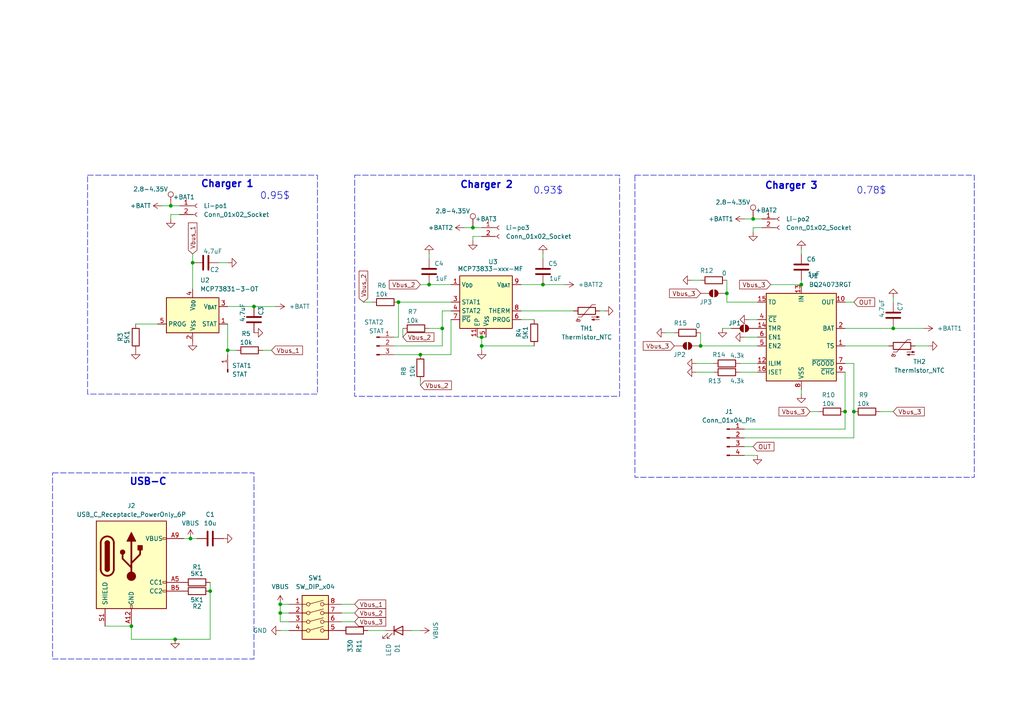
<source format=kicad_sch>
(kicad_sch (version 20231120) (generator "eeschema") (generator_version "8.0")
  (paper "A4")
  (lib_symbols
    (symbol "Battery_Management:BQ24073RGT"
      (property "Reference" "U" (at -8.89 13.97 0))
      (property "Value" "BQ24073RGT" (at 16.51 13.97 0))
      (symbol "BQ24073RGT_0_1"
        (rectangle (start -10.16 12.7) (end 10.16 -12.7) (stroke (width 0.254)) (fill (type background)))
      )
      (symbol "BQ24073RGT_1_1"
        (pin passive line (at 12.7 -2.54 180) (length 2.54) (name "TS") (number "1"))
        (pin power_out line (at 12.7 10.16 180) (length 2.54) (name "OUT") (number "10"))
        (pin passive line (at 12.7 10.16 180) (length 2.54) hide (name "OUT") (number "11"))
        (pin passive line (at -12.7 -7.62 0) (length 2.54) (name "ILIM") (number "12"))
        (pin power_in line (at 0 15.24 270) (length 2.54) (name "IN") (number "13"))
        (pin input line (at -12.7 2.54 0) (length 2.54) (name "TMR") (number "14"))
        (pin input line (at -12.7 10.16 0) (length 2.54) (name "TD") (number "15"))
        (pin passive line (at -12.7 -10.16 0) (length 2.54) (name "ISET") (number "16"))
        (pin passive line (at 0 -15.24 90) (length 2.54) hide (name "VSS") (number "17"))
        (pin power_out line (at 12.7 2.54 180) (length 2.54) (name "BAT") (number "2"))
        (pin passive line (at 12.7 2.54 180) (length 2.54) hide (name "BAT") (number "3"))
        (pin input line (at -12.7 5.08 0) (length 2.54) (name "~{CE}") (number "4"))
        (pin input line (at -12.7 -2.54 0) (length 2.54) (name "EN2") (number "5"))
        (pin input line (at -12.7 0 0) (length 2.54) (name "EN1") (number "6"))
        (pin open_collector line (at 12.7 -7.62 180) (length 2.54) (name "~{PGOOD}") (number "7"))
        (pin power_in line (at 0 -15.24 90) (length 2.54) (name "VSS") (number "8"))
        (pin open_collector line (at 12.7 -10.16 180) (length 2.54) (name "~{CHG}") (number "9"))
      )
    )
    (symbol "Battery_Management:MCP73831-3-OT"
      (property "Reference" "U" (at -7.62 6.35 0))
      (property "Value" "MCP73831-3-OT" (at 1.27 6.35 0))
      (symbol "MCP73831-3-OT_0_1"
        (rectangle (start -7.62 5.08) (end 7.62 -5.08) (stroke (width 0.254)) (fill (type background)))
      )
      (symbol "MCP73831-3-OT_1_1"
        (pin tri_state line (at 10.16 -2.54 180) (length 2.54) (name "STAT") (number "1"))
        (pin power_in line (at 0 -7.62 90) (length 2.54) (name "V_{SS}") (number "2"))
        (pin power_out line (at 10.16 2.54 180) (length 2.54) (name "V_{BAT}") (number "3"))
        (pin power_in line (at 0 7.62 270) (length 2.54) (name "V_{DD}") (number "4"))
        (pin input line (at -10.16 -2.54 0) (length 2.54) (name "PROG") (number "5"))
      )
    )
    (symbol "Battery_Management:MCP73833-xxx-MF"
      (property "Reference" "U" (at -6.35 8.89 0))
      (property "Value" "MCP73833-xxx-MF" (at 10.16 8.89 0))
      (symbol "MCP73833-xxx-MF_1_1"
        (rectangle (start -7.62 7.62) (end 7.62 -7.62) (stroke (width 0.254)) (fill (type background)))
        (pin power_in line (at -10.16 5.08 0) (length 2.54) (name "V_{DD}") (number "1"))
        (pin passive line (at 10.16 5.08 180) (length 2.54) hide (name "V_{BAT}") (number "10"))
        (pin power_in line (at -2.54 -10.16 90) (length 2.54) (name "EP") (number "11"))
        (pin passive line (at -10.16 5.08 0) (length 2.54) hide (name "V_{DD}") (number "2"))
        (pin open_collector line (at -10.16 0 0) (length 2.54) (name "STAT1") (number "3"))
        (pin open_collector line (at -10.16 -2.54 0) (length 2.54) (name "STAT2") (number "4"))
        (pin power_in line (at 0 -10.16 90) (length 2.54) (name "V_{SS}") (number "5"))
        (pin input line (at 10.16 -5.08 180) (length 2.54) (name "PROG") (number "6"))
        (pin open_collector line (at -10.16 -5.08 0) (length 2.54) (name "~{PG}") (number "7"))
        (pin passive line (at 10.16 -2.54 180) (length 2.54) (name "THERM") (number "8"))
        (pin power_out line (at 10.16 5.08 180) (length 2.54) (name "V_{BAT}") (number "9"))
      )
    )
    (symbol "Connector:Conn_01x01_Pin" (pin_names (offset 1.016) hide)
      (property "Reference" "J" (at 0 2.54 0))
      (property "Value" "Conn_01x01_Pin" (at 0 -2.54 0))
      (symbol "Conn_01x01_Pin_1_1"
        (polyline (pts (xy 1.27 0) (xy 0.8636 0)) (stroke (width 0.1524)))
        (rectangle (start 0.8636 0.127) (end 0 -0.127) (stroke (width 0.1524)) (fill (type outline)))
        (pin passive line (at 5.08 0 180) (length 3.81) (name "Pin_1") (number "1"))
      )
    )
    (symbol "Connector:Conn_01x02_Socket" (pin_names (offset 1.016) hide)
      (property "Reference" "J" (at 0 2.54 0))
      (property "Value" "Conn_01x02_Socket" (at 0 -5.08 0))
      (symbol "Conn_01x02_Socket_1_1"
        (arc (start 0 -2.032) (mid -0.5058 -2.54) (end 0 -3.048) (stroke (width 0.1524)))
        (polyline (pts (xy -1.27 -2.54) (xy -0.508 -2.54)) (stroke (width 0.1524)))
        (polyline (pts (xy -1.27 0) (xy -0.508 0)) (stroke (width 0.1524)))
        (arc (start 0 0.508) (mid -0.5058 0) (end 0 -0.508) (stroke (width 0.1524)))
        (pin passive line (at -5.08 0 0) (length 3.81) (name "Pin_1") (number "1"))
        (pin passive line (at -5.08 -2.54 0) (length 3.81) (name "Pin_2") (number "2"))
      )
    )
    (symbol "Connector:Conn_01x03_Pin" (pin_names (offset 1.016) hide)
      (property "Reference" "J" (at 0 5.08 0))
      (property "Value" "Conn_01x03_Pin" (at 0 -5.08 0))
      (symbol "Conn_01x03_Pin_1_1"
        (polyline (pts (xy 1.27 -2.54) (xy 0.8636 -2.54)) (stroke (width 0.1524)))
        (polyline (pts (xy 1.27 0) (xy 0.8636 0)) (stroke (width 0.1524)))
        (polyline (pts (xy 1.27 2.54) (xy 0.8636 2.54)) (stroke (width 0.1524)))
        (rectangle (start 0.8636 -2.413) (end 0 -2.667) (stroke (width 0.1524)) (fill (type outline)))
        (rectangle (start 0.8636 0.127) (end 0 -0.127) (stroke (width 0.1524)) (fill (type outline)))
        (rectangle (start 0.8636 2.667) (end 0 2.413) (stroke (width 0.1524)) (fill (type outline)))
        (pin passive line (at 5.08 2.54 180) (length 3.81) (name "Pin_1") (number "1"))
        (pin passive line (at 5.08 0 180) (length 3.81) (name "Pin_2") (number "2"))
        (pin passive line (at 5.08 -2.54 180) (length 3.81) (name "Pin_3") (number "3"))
      )
    )
    (symbol "Connector:Conn_01x04_Pin" (pin_names (offset 1.016) hide)
      (property "Reference" "J" (at 0 5.08 0))
      (property "Value" "Conn_01x04_Pin" (at 0 -7.62 0))
      (symbol "Conn_01x04_Pin_1_1"
        (polyline (pts (xy 1.27 -5.08) (xy 0.8636 -5.08)) (stroke (width 0.1524)))
        (polyline (pts (xy 1.27 -2.54) (xy 0.8636 -2.54)) (stroke (width 0.1524)))
        (polyline (pts (xy 1.27 0) (xy 0.8636 0)) (stroke (width 0.1524)))
        (polyline (pts (xy 1.27 2.54) (xy 0.8636 2.54)) (stroke (width 0.1524)))
        (rectangle (start 0.8636 -4.953) (end 0 -5.207) (stroke (width 0.1524)) (fill (type outline)))
        (rectangle (start 0.8636 -2.413) (end 0 -2.667) (stroke (width 0.1524)) (fill (type outline)))
        (rectangle (start 0.8636 0.127) (end 0 -0.127) (stroke (width 0.1524)) (fill (type outline)))
        (rectangle (start 0.8636 2.667) (end 0 2.413) (stroke (width 0.1524)) (fill (type outline)))
        (pin passive line (at 5.08 2.54 180) (length 3.81) (name "Pin_1") (number "1"))
        (pin passive line (at 5.08 0 180) (length 3.81) (name "Pin_2") (number "2"))
        (pin passive line (at 5.08 -2.54 180) (length 3.81) (name "Pin_3") (number "3"))
        (pin passive line (at 5.08 -5.08 180) (length 3.81) (name "Pin_4") (number "4"))
      )
    )
    (symbol "Connector:TestPoint" (pin_numbers hide) (pin_names (offset 0.762) hide)
      (property "Reference" "TP" (at 0 6.858 0))
      (property "Value" "TestPoint" (at 0 5.08 0))
      (symbol "TestPoint_0_1"
        (circle (center 0 3.302) (radius 0.762))
      )
      (symbol "TestPoint_1_1"
        (pin passive line (at 0 0 90) (length 2.54) (name "1") (number "1"))
      )
    )
    (symbol "Connector:USB_C_Receptacle_PowerOnly_6P" (pin_names (offset 1.016))
      (property "Reference" "J" (at 0 16.51 0))
      (property "Value" "USB_C_Receptacle_PowerOnly_6P" (at 0 13.97 0))
      (symbol "USB_C_Receptacle_PowerOnly_6P_0_0"
        (rectangle (start -0.254 -12.7) (end 0.254 -11.684))
        (rectangle (start 10.16 -7.366) (end 9.144 -7.874))
        (rectangle (start 10.16 -4.826) (end 9.144 -5.334))
        (rectangle (start 10.16 7.874) (end 9.144 7.366))
      )
      (symbol "USB_C_Receptacle_PowerOnly_6P_0_1"
        (rectangle (start -10.16 12.7) (end 10.16 -12.7) (stroke (width 0.254)) (fill (type background)))
        (arc (start -8.89 -1.27) (mid -6.985 -3.1667) (end -5.08 -1.27) (stroke (width 0.508)))
        (arc (start -7.62 -1.27) (mid -6.985 -1.9023) (end -6.35 -1.27) (stroke (width 0.254)))
        (arc (start -7.62 -1.27) (mid -6.985 -1.9023) (end -6.35 -1.27) (stroke (width 0.254)) (fill (type outline)))
        (rectangle (start -7.62 -1.27) (end -6.35 6.35) (stroke (width 0.254)) (fill (type outline)))
        (arc (start -6.35 6.35) (mid -6.985 6.9823) (end -7.62 6.35) (stroke (width 0.254)))
        (arc (start -6.35 6.35) (mid -6.985 6.9823) (end -7.62 6.35) (stroke (width 0.254)) (fill (type outline)))
        (arc (start -5.08 6.35) (mid -6.985 8.2467) (end -8.89 6.35) (stroke (width 0.508)))
        (circle (center -2.54 3.683) (radius 0.635) (stroke (width 0.254)) (fill (type outline)))
        (circle (center 0 -3.302) (radius 1.27) (fill (type outline)))
        (polyline (pts (xy -8.89 -1.27) (xy -8.89 6.35)) (stroke (width 0.508)))
        (polyline (pts (xy -5.08 6.35) (xy -5.08 -1.27)) (stroke (width 0.508)))
        (polyline (pts (xy 0 -3.302) (xy 0 6.858)) (stroke (width 0.508)))
        (polyline (pts (xy 0 -0.762) (xy -2.54 1.778) (xy -2.54 3.048)) (stroke (width 0.508)))
        (polyline (pts (xy 0 0.508) (xy 2.54 3.048) (xy 2.54 4.318)) (stroke (width 0.508)))
        (polyline (pts (xy -1.27 6.858) (xy 0 9.398) (xy 1.27 6.858) (xy -1.27 6.858)) (stroke (width 0.254)) (fill (type outline)))
        (rectangle (start 1.905 4.318) (end 3.175 5.588) (stroke (width 0.254)) (fill (type outline)))
      )
      (symbol "USB_C_Receptacle_PowerOnly_6P_1_1"
        (pin passive line (at 0 -17.78 90) (length 5.08) (name "GND") (number "A12"))
        (pin bidirectional line (at 15.24 -5.08 180) (length 5.08) (name "CC1") (number "A5"))
        (pin passive line (at 15.24 7.62 180) (length 5.08) (name "VBUS") (number "A9"))
        (pin passive line (at 0 -17.78 90) (length 5.08) hide (name "GND") (number "B12"))
        (pin bidirectional line (at 15.24 -7.62 180) (length 5.08) (name "CC2") (number "B5"))
        (pin passive line (at 15.24 7.62 180) (length 5.08) hide (name "VBUS") (number "B9"))
        (pin passive line (at -7.62 -17.78 90) (length 5.08) (name "SHIELD") (number "S1"))
      )
    )
    (symbol "Device:C" (pin_numbers hide) (pin_names (offset 0.254))
      (property "Reference" "C" (at 0.635 2.54 0))
      (property "Value" "C" (at 0.635 -2.54 0))
      (symbol "C_0_1"
        (polyline (pts (xy -2.032 -0.762) (xy 2.032 -0.762)) (stroke (width 0.508)))
        (polyline (pts (xy -2.032 0.762) (xy 2.032 0.762)) (stroke (width 0.508)))
      )
      (symbol "C_1_1"
        (pin passive line (at 0 3.81 270) (length 2.794) (name "~") (number "1"))
        (pin passive line (at 0 -3.81 90) (length 2.794) (name "~") (number "2"))
      )
    )
    (symbol "Device:LED" (pin_numbers hide) (pin_names (offset 1.016) hide)
      (property "Reference" "D" (at 0 2.54 0))
      (property "Value" "LED" (at 0 -2.54 0))
      (symbol "LED_0_1"
        (polyline (pts (xy -1.27 -1.27) (xy -1.27 1.27)) (stroke (width 0.254)))
        (polyline (pts (xy -1.27 0) (xy 1.27 0)))
        (polyline (pts (xy 1.27 -1.27) (xy 1.27 1.27) (xy -1.27 0) (xy 1.27 -1.27)) (stroke (width 0.254)))
        (polyline (pts (xy -3.048 -0.762) (xy -4.572 -2.286) (xy -3.81 -2.286) (xy -4.572 -2.286) (xy -4.572 -1.524)))
        (polyline (pts (xy -1.778 -0.762) (xy -3.302 -2.286) (xy -2.54 -2.286) (xy -3.302 -2.286) (xy -3.302 -1.524)))
      )
      (symbol "LED_1_1"
        (pin passive line (at -3.81 0 0) (length 2.54) (name "K") (number "1"))
        (pin passive line (at 3.81 0 180) (length 2.54) (name "A") (number "2"))
      )
    )
    (symbol "Device:R" (pin_numbers hide) (pin_names (offset 0))
      (property "Reference" "R" (at 2.032 0 90))
      (property "Value" "R" (at 0 0 90))
      (symbol "R_0_1"
        (rectangle (start -1.016 -2.54) (end 1.016 2.54) (stroke (width 0.254)))
      )
      (symbol "R_1_1"
        (pin passive line (at 0 3.81 270) (length 1.27) (name "~") (number "1"))
        (pin passive line (at 0 -3.81 90) (length 1.27) (name "~") (number "2"))
      )
    )
    (symbol "Device:Thermistor_NTC" (pin_numbers hide) (pin_names (offset 0))
      (property "Reference" "TH" (at -4.445 0 90))
      (property "Value" "Thermistor_NTC" (at 3.175 0 90))
      (symbol "Thermistor_NTC_0_1"
        (arc (start -3.048 2.159) (mid -3.0495 2.3143) (end -3.175 2.413))
        (arc (start -3.048 2.159) (mid -2.9736 1.9794) (end -2.794 1.905))
        (arc (start -3.048 2.794) (mid -2.9736 2.6144) (end -2.794 2.54))
        (arc (start -2.794 1.905) (mid -2.6144 1.9794) (end -2.54 2.159))
        (arc (start -2.794 2.54) (mid -2.4393 2.5587) (end -2.159 2.794))
        (arc (start -2.794 3.048) (mid -2.9736 2.9736) (end -3.048 2.794))
        (arc (start -2.54 2.794) (mid -2.6144 2.9736) (end -2.794 3.048))
        (rectangle (start -1.016 2.54) (end 1.016 -2.54) (stroke (width 0.254)))
        (polyline (pts (xy -2.54 2.159) (xy -2.54 2.794)))
        (polyline (pts (xy -1.778 2.54) (xy -1.778 1.524) (xy 1.778 -1.524) (xy 1.778 -2.54)))
        (polyline (pts (xy -2.54 -3.683) (xy -2.54 -1.397) (xy -2.794 -2.159) (xy -2.286 -2.159) (xy -2.54 -1.397) (xy -2.54 -1.651)) (fill (type outline)))
        (polyline (pts (xy -1.778 -1.397) (xy -1.778 -3.683) (xy -2.032 -2.921) (xy -1.524 -2.921) (xy -1.778 -3.683) (xy -1.778 -3.429)) (fill (type outline)))
      )
      (symbol "Thermistor_NTC_1_1"
        (pin passive line (at 0 3.81 270) (length 1.27) (name "~") (number "1"))
        (pin passive line (at 0 -3.81 90) (length 1.27) (name "~") (number "2"))
      )
    )
    (symbol "GND_1" (power) (pin_numbers hide) (pin_names (offset 0) hide)
      (property "Value" "GND" (at 0 -3.81 0))
      (symbol "GND_1_0_1"
        (polyline (pts (xy 0 0) (xy 0 -1.27) (xy 1.27 -1.27) (xy 0 -2.54) (xy -1.27 -1.27) (xy 0 -1.27)))
      )
      (symbol "GND_1_1_1"
        (pin power_in line (at 0 0 270) (length 0) (name "~") (number "1"))
      )
    )
    (symbol "Jumper:SolderJumper_2_Open" (pin_numbers hide) (pin_names (offset 0) hide) (exclude_from_sim yes) (in_bom no)
      (property "Reference" "JP" (at 0 2.032 0))
      (property "Value" "SolderJumper_2_Open" (at 0 -2.54 0))
      (symbol "SolderJumper_2_Open_0_1"
        (arc (start -0.254 1.016) (mid -1.2656 0) (end -0.254 -1.016))
        (arc (start -0.254 1.016) (mid -1.2656 0) (end -0.254 -1.016) (fill (type outline)))
        (polyline (pts (xy -0.254 1.016) (xy -0.254 -1.016)))
        (polyline (pts (xy 0.254 1.016) (xy 0.254 -1.016)))
        (arc (start 0.254 -1.016) (mid 1.2656 0) (end 0.254 1.016))
        (arc (start 0.254 -1.016) (mid 1.2656 0) (end 0.254 1.016) (fill (type outline)))
      )
      (symbol "SolderJumper_2_Open_1_1"
        (pin passive line (at -3.81 0 0) (length 2.54) (name "A") (number "1"))
        (pin passive line (at 3.81 0 180) (length 2.54) (name "B") (number "2"))
      )
    )
    (symbol "Switch:SW_DIP_x04" (pin_names (offset 0) hide)
      (property "Reference" "SW" (at 0 8.89 0))
      (property "Value" "SW_DIP_x04" (at 0 -6.35 0))
      (symbol "SW_DIP_x04_0_0"
        (circle (center -2.032 -2.54) (radius 0.508))
        (circle (center -2.032 0) (radius 0.508))
        (circle (center -2.032 2.54) (radius 0.508))
        (circle (center -2.032 5.08) (radius 0.508))
        (polyline (pts (xy -1.524 -2.3876) (xy 2.3622 -1.3462)))
        (polyline (pts (xy -1.524 0.127) (xy 2.3622 1.1684)))
        (polyline (pts (xy -1.524 2.667) (xy 2.3622 3.7084)))
        (polyline (pts (xy -1.524 5.207) (xy 2.3622 6.2484)))
        (circle (center 2.032 -2.54) (radius 0.508))
        (circle (center 2.032 0) (radius 0.508))
        (circle (center 2.032 2.54) (radius 0.508))
        (circle (center 2.032 5.08) (radius 0.508))
      )
      (symbol "SW_DIP_x04_0_1"
        (rectangle (start -3.81 7.62) (end 3.81 -5.08) (stroke (width 0.254)) (fill (type background)))
      )
      (symbol "SW_DIP_x04_1_1"
        (pin passive line (at -7.62 5.08 0) (length 5.08) (name "~") (number "1"))
        (pin passive line (at -7.62 2.54 0) (length 5.08) (name "~") (number "2"))
        (pin passive line (at -7.62 0 0) (length 5.08) (name "~") (number "3"))
        (pin passive line (at -7.62 -2.54 0) (length 5.08) (name "~") (number "4"))
        (pin passive line (at 7.62 -2.54 180) (length 5.08) (name "~") (number "5"))
        (pin passive line (at 7.62 0 180) (length 5.08) (name "~") (number "6"))
        (pin passive line (at 7.62 2.54 180) (length 5.08) (name "~") (number "7"))
        (pin passive line (at 7.62 5.08 180) (length 5.08) (name "~") (number "8"))
      )
    )
    (symbol "power:+BATT" (power) (pin_names (offset 0))
      (property "Value" "+BATT" (at 0 3.556 0))
      (symbol "+BATT_0_1"
        (polyline (pts (xy -0.762 1.27) (xy 0 2.54)))
        (polyline (pts (xy 0 0) (xy 0 2.54)))
        (polyline (pts (xy 0 2.54) (xy 0.762 1.27)))
      )
      (symbol "+BATT_1_1"
        (pin power_in line (at 0 0 90) (length 0) hide (name "+BATT") (number "1"))
      )
    )
    (symbol "power:GND" (power) (pin_names (offset 0))
      (property "Value" "GND" (at 0 -3.81 0))
      (symbol "GND_0_1"
        (polyline (pts (xy 0 0) (xy 0 -1.27) (xy 1.27 -1.27) (xy 0 -2.54) (xy -1.27 -1.27) (xy 0 -1.27)))
      )
      (symbol "GND_1_1"
        (pin power_in line (at 0 0 270) (length 0) hide (name "GND") (number "1"))
      )
    )
    (symbol "power:VBUS" (power) (pin_names (offset 0))
      (property "Value" "VBUS" (at 0 3.81 0))
      (symbol "VBUS_0_1"
        (polyline (pts (xy -0.762 1.27) (xy 0 2.54)))
        (polyline (pts (xy 0 0) (xy 0 2.54)))
        (polyline (pts (xy 0 2.54) (xy 0.762 1.27)))
      )
      (symbol "VBUS_1_1"
        (pin power_in line (at 0 0 90) (length 0) hide (name "VBUS") (number "1"))
      )
    )
  )
  (junction (at 121.92 102.87))
  (junction (at 55.245 156.21))
  (junction (at 157.48 82.55))
  (junction (at 247.65 119.38))
  (junction (at 60.96 171.45))
  (junction (at 50.8 185.42))
  (junction (at 210.82 85.09))
  (junction (at 124.46 82.55))
  (junction (at 55.88 76.2))
  (junction (at 232.41 82.55))
  (junction (at 38.1 181.61))
  (junction (at 66.04 101.6))
  (junction (at 139.7 97.79))
  (junction (at 81.28 177.8))
  (junction (at 81.28 175.26))
  (junction (at 49.53 59.69))
  (junction (at 115.57 87.63))
  (junction (at 139.7 100.33))
  (junction (at 259.08 95.25))
  (junction (at 218.44 63.5))
  (junction (at 128.27 95.25))
  (junction (at 203.2 100.33))
  (junction (at 245.11 119.38))
  (junction (at 137.16 66.04))
  (junction (at 73.66 88.9))
  (wire (pts (xy 73.66 88.9) (xy 80.01 88.9)))
  (wire (pts (xy 49.53 59.69) (xy 52.07 59.69)))
  (wire (pts (xy 210.82 87.63) (xy 210.82 85.09)))
  (wire (pts (xy 81.28 180.34) (xy 83.82 180.34)))
  (wire (pts (xy 81.28 182.88) (xy 83.82 182.88)))
  (wire (pts (xy 81.28 177.8) (xy 81.28 180.34)))
  (wire (pts (xy 121.92 102.87) (xy 130.81 102.87)))
  (wire (pts (xy 217.17 92.71) (xy 219.71 92.71)))
  (wire (pts (xy 219.71 100.33) (xy 203.2 100.33)))
  (wire (pts (xy 265.43 100.33) (xy 269.24 100.33)))
  (wire (pts (xy 81.28 177.8) (xy 83.82 177.8)))
  (wire (pts (xy 66.04 88.9) (xy 73.66 88.9)))
  (wire (pts (xy 245.11 100.33) (xy 257.81 100.33)))
  (wire (pts (xy 46.99 59.69) (xy 49.53 59.69)))
  (wire (pts (xy 245.11 119.38) (xy 245.11 124.46)))
  (wire (pts (xy 259.08 95.25) (xy 267.97 95.25)))
  (wire (pts (xy 38.1 185.42) (xy 38.1 181.61)))
  (wire (pts (xy 114.3 102.87) (xy 121.92 102.87)))
  (wire (pts (xy 245.11 95.25) (xy 259.08 95.25)))
  (wire (pts (xy 128.27 95.25) (xy 128.27 100.33)))
  (wire (pts (xy 60.96 168.91) (xy 60.96 171.45)))
  (wire (pts (xy 218.44 66.04) (xy 218.44 67.31)))
  (wire (pts (xy 214.63 105.41) (xy 219.71 105.41)))
  (wire (pts (xy 247.65 105.41) (xy 247.65 119.38)))
  (wire (pts (xy 139.7 100.33) (xy 139.7 97.79)))
  (wire (pts (xy 49.53 62.23) (xy 49.53 63.5)))
  (wire (pts (xy 139.7 97.79) (xy 140.97 97.79)))
  (wire (pts (xy 245.11 107.95) (xy 245.11 119.38)))
  (wire (pts (xy 124.46 73.66) (xy 124.46 74.93)))
  (wire (pts (xy 81.28 175.26) (xy 83.82 175.26)))
  (wire (pts (xy 121.92 111.76) (xy 121.92 110.49)))
  (wire (pts (xy 128.27 100.33) (xy 114.3 100.33)))
  (wire (pts (xy 130.81 90.17) (xy 128.27 90.17)))
  (wire (pts (xy 137.16 66.04) (xy 139.7 66.04)))
  (wire (pts (xy 218.44 63.5) (xy 220.98 63.5)))
  (wire (pts (xy 128.27 90.17) (xy 128.27 95.25)))
  (wire (pts (xy 215.9 63.5) (xy 218.44 63.5)))
  (wire (pts (xy 157.48 73.66) (xy 157.48 74.93)))
  (wire (pts (xy 151.13 82.55) (xy 157.48 82.55)))
  (wire (pts (xy 53.34 156.21) (xy 55.245 156.21)))
  (wire (pts (xy 68.58 101.6) (xy 66.04 101.6)))
  (wire (pts (xy 60.96 185.42) (xy 50.8 185.42)))
  (wire (pts (xy 255.27 119.38) (xy 259.08 119.38)))
  (wire (pts (xy 139.7 97.79) (xy 138.43 97.79)))
  (wire (pts (xy 30.48 181.61) (xy 38.1 181.61)))
  (wire (pts (xy 209.55 95.25) (xy 212.09 95.25)))
  (wire (pts (xy 115.57 97.79) (xy 114.3 97.79)))
  (wire (pts (xy 232.41 114.3) (xy 232.41 113.03)))
  (wire (pts (xy 139.7 101.6) (xy 139.7 100.33)))
  (wire (pts (xy 232.41 72.39) (xy 232.41 73.66)))
  (wire (pts (xy 201.93 105.41) (xy 207.01 105.41)))
  (wire (pts (xy 215.9 97.79) (xy 219.71 97.79)))
  (wire (pts (xy 203.2 96.52) (xy 203.2 100.33)))
  (wire (pts (xy 219.71 87.63) (xy 210.82 87.63)))
  (wire (pts (xy 121.92 182.88) (xy 119.38 182.88)))
  (wire (pts (xy 247.65 119.38) (xy 247.65 127)))
  (wire (pts (xy 124.46 95.25) (xy 128.27 95.25)))
  (wire (pts (xy 55.88 73.66) (xy 55.88 76.2)))
  (wire (pts (xy 39.37 93.98) (xy 45.72 93.98)))
  (wire (pts (xy 105.41 87.63) (xy 107.95 87.63)))
  (wire (pts (xy 50.8 185.42) (xy 38.1 185.42)))
  (wire (pts (xy 130.81 92.71) (xy 130.81 102.87)))
  (wire (pts (xy 52.07 62.23) (xy 49.53 62.23)))
  (wire (pts (xy 66.04 101.6) (xy 66.04 102.87)))
  (wire (pts (xy 219.71 132.08) (xy 215.9 132.08)))
  (wire (pts (xy 232.41 81.28) (xy 232.41 82.55)))
  (wire (pts (xy 55.245 156.21) (xy 57.15 156.21)))
  (wire (pts (xy 245.11 87.63) (xy 247.65 87.63)))
  (wire (pts (xy 60.96 171.45) (xy 60.96 185.42)))
  (wire (pts (xy 99.06 177.8) (xy 102.87 177.8)))
  (wire (pts (xy 134.62 66.04) (xy 137.16 66.04)))
  (wire (pts (xy 63.5 76.2) (xy 66.04 76.2)))
  (wire (pts (xy 247.65 127) (xy 215.9 127)))
  (wire (pts (xy 234.95 119.38) (xy 237.49 119.38)))
  (wire (pts (xy 121.92 82.55) (xy 124.46 82.55)))
  (wire (pts (xy 259.08 86.36) (xy 259.08 87.63)))
  (wire (pts (xy 151.13 90.17) (xy 166.37 90.17)))
  (wire (pts (xy 157.48 82.55) (xy 163.83 82.55)))
  (wire (pts (xy 115.57 87.63) (xy 130.81 87.63)))
  (wire (pts (xy 137.16 68.58) (xy 137.16 69.85)))
  (wire (pts (xy 223.52 82.55) (xy 232.41 82.55)))
  (wire (pts (xy 151.13 92.71) (xy 154.94 92.71)))
  (wire (pts (xy 139.7 100.33) (xy 154.94 100.33)))
  (wire (pts (xy 220.98 66.04) (xy 218.44 66.04)))
  (wire (pts (xy 173.99 90.17) (xy 175.26 90.17)))
  (wire (pts (xy 76.2 101.6) (xy 78.74 101.6)))
  (wire (pts (xy 55.88 76.2) (xy 55.88 83.82)))
  (wire (pts (xy 215.9 129.54) (xy 218.44 129.54)))
  (wire (pts (xy 111.76 182.88) (xy 106.68 182.88)))
  (wire (pts (xy 210.82 85.09) (xy 210.82 81.28)))
  (wire (pts (xy 200.66 81.28) (xy 203.2 81.28)))
  (wire (pts (xy 201.93 107.95) (xy 207.01 107.95)))
  (wire (pts (xy 99.06 180.34) (xy 102.87 180.34)))
  (wire (pts (xy 66.04 93.98) (xy 66.04 101.6)))
  (wire (pts (xy 139.7 68.58) (xy 137.16 68.58)))
  (wire (pts (xy 124.46 82.55) (xy 130.81 82.55)))
  (wire (pts (xy 81.28 175.26) (xy 81.28 177.8)))
  (wire (pts (xy 245.11 124.46) (xy 215.9 124.46)))
  (wire (pts (xy 115.57 87.63) (xy 115.57 97.79)))
  (wire (pts (xy 214.63 107.95) (xy 219.71 107.95)))
  (wire (pts (xy 99.06 175.26) (xy 102.87 175.26)))
  (wire (pts (xy 116.84 95.25) (xy 116.84 97.79)))
  (wire (pts (xy 193.04 96.52) (xy 195.58 96.52)))
  (wire (pts (xy 245.11 105.41) (xy 247.65 105.41)))
  (rectangle (start 15.24 137.16) (end 73.66 191.135) (stroke (width 0) (type dash)))
  (rectangle (start 184.15 50.8) (end 282.575 138.43) (stroke (width 0) (type dash)))
  (rectangle (start 102.87 50.8) (end 179.705 114.935) (stroke (width 0) (type dash)))
  (rectangle (start 25.4 50.8) (end 92.075 114.3) (stroke (width 0) (type dash)))
  (text "USB-C" (at 37.465 140.97 0) (effects (font (size 2 2) (thickness 0.4) (bold yes)) (justify left bottom)))
  (text "0.93$" (at 159.004 55.372 0) (effects (font (size 2 2))))
  (text "0.95$" (at 79.756 56.896 0) (effects (font (size 2 2))))
  (text "0.78$" (at 252.73 55.372 0) (effects (font (size 2 2))))
  (text "Charger 3" (at 221.742 55.118 0) (effects (font (size 2 2) (thickness 0.4) (bold yes)) (justify left bottom)))
  (text "Charger 1" (at 58.166 54.61 0) (effects (font (size 2 2) (thickness 0.4) (bold yes)) (justify left bottom)))
  (text "Charger 2" (at 133.35 54.864 0) (effects (font (size 2 2) (thickness 0.4) (bold yes)) (justify left bottom)))
  (global_label "Vbus_2" (shape input) (at 102.87 177.8 0) (property "Intersheetrefs" "${INTERSHEET_REFS}" (effects (hide yes))))
  (global_label "Vbus_1" (shape input) (at 102.87 175.26 0) (property "Intersheetrefs" "${INTERSHEET_REFS}" (effects (hide yes))))
  (global_label "Vbus_2" (shape input) (at 121.92 111.76 0) (property "Intersheetrefs" "${INTERSHEET_REFS}" (effects (hide yes))))
  (global_label "Vbus_2" (shape input) (at 116.84 97.79 0) (property "Intersheetrefs" "${INTERSHEET_REFS}" (effects (hide yes))))
  (global_label "Vbus_3" (shape input) (at 195.58 100.33 180) (property "Intersheetrefs" "${INTERSHEET_REFS}" (effects (hide yes))))
  (global_label "Vbus_2" (shape input) (at 121.92 82.55 180) (property "Intersheetrefs" "${INTERSHEET_REFS}" (effects (hide yes))))
  (global_label "Vbus_3" (shape input) (at 259.08 119.38 0) (property "Intersheetrefs" "${INTERSHEET_REFS}" (effects (hide yes))))
  (global_label "OUT" (shape input) (at 247.65 87.63 0) (property "Intersheetrefs" "${INTERSHEET_REFS}" (effects (hide yes))))
  (global_label "Vbus_2" (shape input) (at 105.41 87.63 90) (property "Intersheetrefs" "${INTERSHEET_REFS}" (effects (hide yes))))
  (global_label "Vbus_1" (shape input) (at 55.88 73.66 90) (property "Intersheetrefs" "${INTERSHEET_REFS}" (effects (hide yes))))
  (global_label "Vbus_3" (shape input) (at 102.87 180.34 0) (property "Intersheetrefs" "${INTERSHEET_REFS}" (effects (hide yes))))
  (global_label "OUT" (shape input) (at 218.44 129.54 0) (property "Intersheetrefs" "${INTERSHEET_REFS}" (effects (hide yes))))
  (global_label "Vbus_1" (shape input) (at 78.74 101.6 0) (property "Intersheetrefs" "${INTERSHEET_REFS}" (effects (hide yes))))
  (global_label "Vbus_3" (shape input) (at 234.95 119.38 180) (property "Intersheetrefs" "${INTERSHEET_REFS}" (effects (hide yes))))
  (global_label "Vbus_3" (shape input) (at 203.2 85.09 180) (property "Intersheetrefs" "${INTERSHEET_REFS}" (effects (hide yes))))
  (global_label "Vbus_3" (shape input) (at 223.52 82.55 180) (property "Intersheetrefs" "${INTERSHEET_REFS}" (effects (hide yes))))
  (symbol (lib_id "Device:Thermistor_NTC") (at 170.18 90.17 90) (unit 1)
    (property "Reference" "TH1" (at 170.18 95.25 90))
    (property "Value" "Thermistor_NTC" (at 170.18 97.79 90))
    (property "Footprint" "Resistor_SMD:R_0402_1005Metric" (effects (hide yes)))
    (property "Description" "Temperature dependent resistor, negative temperature coefficient" (effects (hide yes)))
    (property "LCSC" "C333993" (effects (hide yes)))
  )
  (symbol (lib_id "power:GND") (at 201.93 105.41 270) (unit 1)
    (property "Reference" "#PWR032" (effects (hide yes)))
    (property "Value" "GND" (effects (hide yes)))
  )
  (symbol (lib_id "Device:R") (at 102.87 182.88 270) (unit 1)
    (property "Reference" "R11" (at 104.1401 185.42 0) (effects (justify left)))
    (property "Value" "330" (at 101.6001 185.42 0) (effects (justify left)))
    (property "Footprint" "Resistor_SMD:R_0603_1608Metric" (effects (hide yes)))
    (property "Description" "Resistor" (effects (hide yes)))
    (property "LCSC" "C23138" (effects (hide yes)))
  )
  (symbol (lib_id "Jumper:SolderJumper_2_Open") (at 199.39 100.33 0) (unit 1) (exclude_from_sim yes) (in_bom no)
    (property "Reference" "JP2" (at 197.104 102.87 0))
    (property "Value" "SolderJumper_2_Open" (effects (hide yes)))
    (property "Footprint" "Jumper:SolderJumper-2_P1.3mm_Open_RoundedPad1.0x1.5mm" (effects (hide yes)))
    (property "Description" "Solder Jumper, 2-pole, open" (effects (hide yes)))
  )
  (symbol (lib_id "Connector:TestPoint") (at 137.16 66.04 0) (unit 1)
    (property "Reference" "+BAT3" (at 137.795 63.5 0) (effects (justify left)))
    (property "Value" "2.8-4.35V" (at 126.238 61.214 0) (effects (justify left)))
    (property "Footprint" "TestPoint:TestPoint_Pad_D1.5mm" (effects (hide yes)))
  )
  (symbol (lib_id "Device:R") (at 120.65 95.25 90) (unit 1)
    (property "Reference" "R7" (at 119.634 90.424 90))
    (property "Value" "10k" (at 119.634 92.964 90))
    (property "Footprint" "Resistor_SMD:R_0603_1608Metric" (effects (hide yes)))
    (property "Description" "Resistor" (effects (hide yes)))
    (property "LCSC" "C25804" (effects (hide yes)))
  )
  (symbol (lib_id "power:GND") (at 269.24 100.33 90) (unit 1)
    (property "Reference" "#PWR023" (effects (hide yes)))
    (property "Value" "GND" (effects (hide yes)))
  )
  (symbol (lib_id "Device:Thermistor_NTC") (at 261.62 100.33 90) (unit 1)
    (property "Reference" "TH2" (at 266.7 104.902 90))
    (property "Value" "Thermistor_NTC" (at 266.7 107.442 90))
    (property "Footprint" "Resistor_SMD:R_0402_1005Metric" (effects (hide yes)))
    (property "Description" "Temperature dependent resistor, negative temperature coefficient" (effects (hide yes)))
    (property "LCSC" "C333993" (effects (hide yes)))
  )
  (symbol (lib_id "Device:LED") (at 115.57 182.88 0) (unit 1)
    (property "Reference" "D1" (at 115.2526 186.69 90) (effects (justify right)))
    (property "Value" "LED" (at 112.7126 186.69 90) (effects (justify right)))
    (property "Footprint" "LED_SMD:LED_0603_1608Metric" (effects (hide yes)))
    (property "Description" "Light emitting diode" (effects (hide yes)))
    (property "LCSC" "C2286 Copy " (effects (hide yes)))
  )
  (symbol (lib_id "Device:C") (at 259.08 91.44 180) (unit 1)
    (property "Reference" "C7" (at 261.112 88.9 90))
    (property "Value" "4.7uF" (at 255.778 89.408 90))
    (property "Footprint" "Capacitor_SMD:C_0603_1608Metric" (effects (hide yes)))
    (property "Description" "Unpolarized capacitor" (effects (hide yes)))
    (property "LCSC" "C1705" (effects (hide yes)))
  )
  (symbol (lib_id "Device:R") (at 207.01 81.28 90) (unit 1)
    (property "Reference" "R12" (at 204.978 78.486 90))
    (property "Value" "0" (at 210.058 79.248 90))
    (property "Footprint" "Resistor_SMD:R_0805_2012Metric" (effects (hide yes)))
    (property "Description" "Resistor" (effects (hide yes)))
    (property "LCSC" "C17477" (effects (hide yes)))
  )
  (symbol (lib_id "Device:C") (at 124.46 78.74 0) (unit 1)
    (property "Reference" "C4" (at 125.984 76.454 0) (effects (justify left)))
    (property "Value" "1uF" (at 126.238 80.772 0) (effects (justify left)))
    (property "Footprint" "Capacitor_SMD:C_0603_1608Metric" (effects (hide yes)))
    (property "Description" "Unpolarized capacitor" (effects (hide yes)))
    (property "LCSC" "C15849" (effects (hide yes)))
  )
  (symbol (lib_id "Connector:TestPoint") (at 49.53 59.69 0) (unit 1)
    (property "Reference" "+BAT1" (at 50.165 57.15 0) (effects (justify left)))
    (property "Value" "2.8-4.35V" (at 38.608 54.864 0) (effects (justify left)))
    (property "Footprint" "TestPoint:TestPoint_Pad_D1.5mm" (effects (hide yes)))
  )
  (symbol (lib_id "Switch:SW_DIP_x04") (at 91.44 180.34 0) (unit 1)
    (property "Reference" "SW1" (at 91.44 167.64 0))
    (property "Value" "SW_DIP_x04" (at 91.44 170.18 0))
    (property "Footprint" "Button_Switch_THT:SW_DIP_SPSTx04_Slide_9.78x12.34mm_W7.62mm_P2.54mm" (effects (hide yes)))
    (property "Description" "4x DIP Switch, Single Pole Single Throw (SPST) switch, small symbol" (effects (hide yes)))
  )
  (symbol (lib_id "power:GND") (at 215.9 97.79 270) (unit 1)
    (property "Reference" "#PWR029" (effects (hide yes)))
    (property "Value" "GND" (effects (hide yes)))
  )
  (symbol (lib_id "power:+BATT") (at 215.9 63.5 90) (unit 1)
    (property "Reference" "#PWR0102" (effects (hide yes)))
    (property "Value" "+BATT1" (at 212.725 63.5 90) (effects (justify left)))
  )
  (symbol (lib_id "power:GND") (at 50.8 185.42 0) (unit 1)
    (property "Reference" "#PWR01" (effects (hide yes)))
    (property "Value" "GND" (effects (hide yes)))
  )
  (symbol (lib_id "Device:R") (at 241.3 119.38 90) (unit 1)
    (property "Reference" "R10" (at 240.284 114.554 90))
    (property "Value" "10k" (at 240.284 117.094 90))
    (property "Footprint" "Resistor_SMD:R_0603_1608Metric" (effects (hide yes)))
    (property "Description" "Resistor" (effects (hide yes)))
    (property "LCSC" "C25804" (effects (hide yes)))
  )
  (symbol (lib_id "Device:C") (at 59.69 76.2 90) (unit 1)
    (property "Reference" "C2" (at 62.23 78.232 90))
    (property "Value" "4.7uF" (at 61.722 72.898 90))
    (property "Footprint" "Capacitor_SMD:C_0603_1608Metric" (effects (hide yes)))
    (property "Description" "Unpolarized capacitor" (effects (hide yes)))
    (property "LCSC" "C1705" (effects (hide yes)))
  )
  (symbol (lib_id "Connector:Conn_01x02_Socket") (at 226.06 63.5 0) (unit 1)
    (property "Reference" "Li-po2" (at 227.965 63.5 0) (effects (justify left)))
    (property "Value" "Conn_01x02_Socket" (at 227.965 66.04 0) (effects (justify left)))
    (property "Footprint" "Connector_JST:JST_SUR_SM02B-SURS-TF_1x02-1MP_P0.80mm_Horizontal" (effects (hide yes)))
    (property "LCSC" "C566239" (effects (hide yes)))
  )
  (symbol (lib_id "power:+BATT") (at 46.99 59.69 90) (unit 1)
    (property "Reference" "#PWR06" (effects (hide yes)))
    (property "Value" "+BATT" (at 43.815 59.69 90) (effects (justify left)))
  )
  (symbol (lib_id "power:GND") (at 157.48 73.66 180) (unit 1)
    (property "Reference" "#PWR014" (effects (hide yes)))
    (property "Value" "GND" (effects (hide yes)))
  )
  (symbol (lib_id "Device:R") (at 210.82 105.41 90) (unit 1)
    (property "Reference" "R14" (at 208.534 102.87 90))
    (property "Value" "4.3k" (at 213.868 103.124 90))
    (property "Footprint" "Resistor_SMD:R_0402_1005Metric" (effects (hide yes)))
    (property "Description" "Resistor" (effects (hide yes)))
    (property "LCSC" " C25899" (effects (hide yes)))
  )
  (symbol (lib_id "Device:C") (at 157.48 78.74 0) (unit 1)
    (property "Reference" "C5" (at 159.004 76.454 0) (effects (justify left)))
    (property "Value" "1uF" (at 159.258 80.772 0) (effects (justify left)))
    (property "Footprint" "Capacitor_SMD:C_0603_1608Metric" (effects (hide yes)))
    (property "Description" "Unpolarized capacitor" (effects (hide yes)))
    (property "LCSC" "C15849" (effects (hide yes)))
  )
  (symbol (lib_id "Device:R") (at 72.39 101.6 90) (unit 1)
    (property "Reference" "R5" (at 71.374 96.774 90))
    (property "Value" "10k" (at 71.374 99.314 90))
    (property "Footprint" "Resistor_SMD:R_0603_1608Metric" (effects (hide yes)))
    (property "Description" "Resistor" (effects (hide yes)))
    (property "LCSC" "C25804" (effects (hide yes)))
  )
  (symbol (lib_id "power:GND") (at 55.88 99.06 0) (unit 1)
    (property "Reference" "#PWR010" (effects (hide yes)))
    (property "Value" "GND" (effects (hide yes)))
  )
  (symbol (lib_id "power:GND") (at 218.44 67.31 0) (unit 1)
    (property "Reference" "#PWR011" (effects (hide yes)))
    (property "Value" "GND" (effects (hide yes)))
  )
  (symbol (lib_id "Device:R") (at 199.39 96.52 90) (unit 1)
    (property "Reference" "R15" (at 197.358 93.726 90))
    (property "Value" "0" (at 202.438 94.488 90))
    (property "Footprint" "Resistor_SMD:R_0805_2012Metric" (effects (hide yes)))
    (property "Description" "Resistor" (effects (hide yes)))
    (property "LCSC" "C17477" (effects (hide yes)))
  )
  (symbol (lib_id "power:VBUS") (at 55.245 156.21 0) (unit 1)
    (property "Reference" "#PWR02" (effects (hide yes)))
    (property "Value" "VBUS" (at 55.245 151.765 0))
  )
  (symbol (lib_id "Connector:Conn_01x01_Pin") (at 66.04 107.95 90) (unit 1)
    (property "Reference" "STAT1" (at 67.31 106.0449 90) (effects (justify right)))
    (property "Value" "STAT" (at 67.31 108.5849 90) (effects (justify right)))
    (property "Footprint" "Connector_PinSocket_2.54mm:PinSocket_1x01_P2.54mm_Vertical" (effects (hide yes)))
    (property "Description" "Generic connector, single row, 01x01, script generated" (effects (hide yes)))
  )
  (symbol (lib_id "Device:R") (at 121.92 106.68 180) (unit 1)
    (property "Reference" "R8" (at 117.094 107.696 90))
    (property "Value" "10k" (at 119.634 107.696 90))
    (property "Footprint" "Resistor_SMD:R_0603_1608Metric" (effects (hide yes)))
    (property "Description" "Resistor" (effects (hide yes)))
    (property "LCSC" "C25804" (effects (hide yes)))
  )
  (symbol (lib_id "Device:C") (at 60.96 156.21 90) (unit 1)
    (property "Reference" "C1" (at 60.96 149.225 90))
    (property "Value" "10u" (at 60.96 151.765 90))
    (property "Footprint" "Capacitor_SMD:C_0603_1608Metric" (effects (hide yes)))
    (property "LCSC" "C77040" (effects (hide yes)))
  )
  (symbol (lib_id "power:VBUS") (at 121.92 182.88 270) (unit 1)
    (property "Reference" "#PWR027" (effects (hide yes)))
    (property "Value" "VBUS" (at 126.365 182.88 0))
  )
  (symbol (lib_id "power:VBUS") (at 81.28 175.26 0) (unit 1)
    (property "Reference" "#PWR04" (effects (hide yes)))
    (property "Value" "VBUS" (at 81.28 170.18 0))
  )
  (symbol (lib_id "power:GND") (at 200.66 81.28 270) (unit 1)
    (property "Reference" "#PWR028" (effects (hide yes)))
    (property "Value" "GND" (effects (hide yes)))
  )
  (symbol (lib_id "Connector:Conn_01x02_Socket") (at 57.15 59.69 0) (unit 1)
    (property "Reference" "Li-po1" (at 59.055 59.69 0) (effects (justify left)))
    (property "Value" "Conn_01x02_Socket" (at 59.055 62.23 0) (effects (justify left)))
    (property "Footprint" "Connector_JST:JST_SUR_SM02B-SURS-TF_1x02-1MP_P0.80mm_Horizontal" (effects (hide yes)))
    (property "LCSC" "C566239" (effects (hide yes)))
  )
  (symbol (lib_id "power:+BATT") (at 163.83 82.55 270) (unit 1)
    (property "Reference" "#PWR016" (effects (hide yes)))
    (property "Value" "+BATT2" (at 167.64 82.5499 90) (effects (justify left)))
  )
  (symbol (lib_id "power:GND") (at 201.93 107.95 270) (unit 1)
    (property "Reference" "#PWR031" (effects (hide yes)))
    (property "Value" "GND" (effects (hide yes)))
  )
  (symbol (lib_id "Device:R") (at 111.76 87.63 90) (unit 1)
    (property "Reference" "R6" (at 110.744 82.804 90))
    (property "Value" "10k" (at 110.744 85.344 90))
    (property "Footprint" "Resistor_SMD:R_0603_1608Metric" (effects (hide yes)))
    (property "Description" "Resistor" (effects (hide yes)))
    (property "LCSC" "C25804" (effects (hide yes)))
  )
  (symbol (lib_id "power:GND") (at 64.77 156.21 90) (unit 1)
    (property "Reference" "#PWR03" (effects (hide yes)))
    (property "Value" "GND" (effects (hide yes)))
  )
  (symbol (lib_id "Device:R") (at 57.15 171.45 270) (unit 1)
    (property "Reference" "R2" (at 57.15 175.895 90))
    (property "Value" "5K1" (at 57.15 173.99 90))
    (property "Footprint" "Resistor_SMD:R_0402_1005Metric" (effects (hide yes)))
    (property "LCSC" "C25905" (effects (hide yes)))
  )
  (symbol (lib_id "Connector:Conn_01x04_Pin") (at 210.82 127 0) (unit 1)
    (property "Reference" "J1" (at 211.455 119.38 0))
    (property "Value" "Conn_01x04_Pin" (at 211.455 121.92 0))
    (property "Footprint" "Connector_PinSocket_2.54mm:PinSocket_1x04_P2.54mm_Vertical" (effects (hide yes)))
    (property "Description" "Generic connector, single row, 01x04, script generated" (effects (hide yes)))
  )
  (symbol (lib_id "Device:R") (at 39.37 97.79 180) (unit 1)
    (property "Reference" "R3" (at 34.925 97.79 90))
    (property "Value" "5K1" (at 36.83 97.79 90))
    (property "Footprint" "Resistor_SMD:R_0402_1005Metric" (effects (hide yes)))
    (property "LCSC" "C25905" (effects (hide yes)))
  )
  (symbol (lib_id "power:GND") (at 217.17 92.71 270) (unit 1)
    (property "Reference" "#PWR025" (effects (hide yes)))
    (property "Value" "GND" (effects (hide yes)))
  )
  (symbol (lib_id "Battery_Management:MCP73831-3-OT") (at 55.88 91.44 0) (unit 1)
    (property "Reference" "U2" (at 58.0741 81.28 0) (effects (justify left)))
    (property "Value" "MCP73831-3-OT" (at 58.0741 83.82 0) (effects (justify left)))
    (property "Footprint" "Package_TO_SOT_SMD:SOT-23-5" (effects (hide yes)))
    (property "Datasheet" "http://ww1.microchip.com/downloads/en/DeviceDoc/20001984g.pdf" (effects (hide yes)))
    (property "Description" "Single cell, Li-Ion/Li-Po charge management controller, 4.35V, Tri-State Status Output, in SOT23-5 package" (effects (hide yes)))
    (property "LCSC" "C625598" (effects (hide yes)))
  )
  (symbol (lib_id "Battery_Management:MCP73833-xxx-MF") (at 140.97 87.63 0) (unit 1)
    (property "Reference" "U3" (at 143.002 75.946 0))
    (property "Value" "MCP73833-xxx-MF" (at 142.24 77.978 0))
    (property "Footprint" "Package_DFN_QFN:DFN-10-1EP_3x3mm_P0.5mm_EP1.58x2.35mm" (effects (hide yes)))
    (property "Datasheet" "https://ww1.microchip.com/downloads/aemDocuments/documents/OTH/ProductDocuments/DataSheets/22005b.pdf" (effects (hide yes)))
    (property "Description" "Stand-Alone Linear Li-Ion / Li-Polymer Charge Management Controller, DFN-10" (effects (hide yes)))
    (property "LCSC" " C623859" (effects (hide yes)))
  )
  (symbol (lib_id "Connector:TestPoint") (at 218.44 63.5 0) (unit 1)
    (property "Reference" "+BAT2" (at 219.075 60.96 0) (effects (justify left)))
    (property "Value" "2.8-4.35V" (at 207.518 58.674 0) (effects (justify left)))
    (property "Footprint" "TestPoint:TestPoint_Pad_D1.5mm" (effects (hide yes)))
  )
  (symbol (lib_id "Connector:USB_C_Receptacle_PowerOnly_6P") (at 38.1 163.83 0) (unit 1)
    (property "Reference" "J2" (at 38.1 146.685 0))
    (property "Value" "USB_C_Receptacle_PowerOnly_6P" (at 38.1 149.225 0))
    (property "Footprint" "Connector_USB:USB_C_Receptacle_GCT_USB4135-GF-A_6P_TopMnt_Horizontal" (effects (hide yes)))
    (property "Datasheet" "https://www.usb.org/sites/default/files/documents/usb_type-c.zip" (effects (hide yes)))
    (property "LCSC" "C2927283" (effects (hide yes)))
  )
  (symbol (lib_id "power:GND") (at 209.55 95.25 0) (unit 1)
    (property "Reference" "#PWR026" (effects (hide yes)))
    (property "Value" "GND" (effects (hide yes)))
  )
  (symbol (lib_id "power:GND") (at 232.41 114.3 0) (unit 1)
    (property "Reference" "#PWR021" (effects (hide yes)))
    (property "Value" "GND" (effects (hide yes)))
  )
  (symbol (lib_id "Battery_Management:BQ24073RGT") (at 232.41 97.79 0) (unit 1)
    (property "Reference" "U1" (at 234.6041 80.01 0) (effects (justify left)))
    (property "Value" "BQ24073RGT" (at 234.6041 82.55 0) (effects (justify left)))
    (property "Footprint" "Package_DFN_QFN:VQFN-16-1EP_3x3mm_P0.5mm_EP1.6x1.6mm" (effects (hide yes)))
    (property "Datasheet" "http://www.ti.com/lit/ds/symlink/bq24073.pdf" (effects (hide yes)))
    (property "Description" "USB-Friendly Li-Ion Battery Charger and Power-Path Management, VQFN-16" (effects (hide yes)))
    (property "LCSC" " C15220" (effects (hide yes)))
  )
  (symbol (lib_id "Device:R") (at 154.94 96.52 180) (unit 1)
    (property "Reference" "R4" (at 150.495 96.52 90))
    (property "Value" "5K1" (at 152.4 96.52 90))
    (property "Footprint" "Resistor_SMD:R_0402_1005Metric" (effects (hide yes)))
    (property "LCSC" "C25905" (effects (hide yes)))
  )
  (symbol (lib_id "power:GND") (at 232.41 72.39 180) (unit 1)
    (property "Reference" "#PWR020" (effects (hide yes)))
    (property "Value" "GND" (effects (hide yes)))
  )
  (symbol (lib_id "power:GND") (at 66.04 76.2 90) (unit 1)
    (property "Reference" "#PWR05" (effects (hide yes)))
    (property "Value" "GND" (effects (hide yes)))
  )
  (symbol (lib_id "Device:R") (at 210.82 107.95 90) (unit 1)
    (property "Reference" "R13" (at 207.264 110.49 90))
    (property "Value" "4.3k" (at 213.868 110.49 90))
    (property "Footprint" "Resistor_SMD:R_0402_1005Metric" (effects (hide yes)))
    (property "Description" "Resistor" (effects (hide yes)))
    (property "LCSC" " C25899" (effects (hide yes)))
  )
  (symbol (lib_id "Connector:Conn_01x02_Socket") (at 144.78 66.04 0) (unit 1)
    (property "Reference" "Li-po3" (at 146.685 66.04 0) (effects (justify left)))
    (property "Value" "Conn_01x02_Socket" (at 146.685 68.58 0) (effects (justify left)))
    (property "Footprint" "Connector_JST:JST_SUR_SM02B-SURS-TF_1x02-1MP_P0.80mm_Horizontal" (effects (hide yes)))
    (property "LCSC" "C566239" (effects (hide yes)))
  )
  (symbol (lib_id "Jumper:SolderJumper_2_Open") (at 215.9 95.25 0) (unit 1) (exclude_from_sim yes) (in_bom no)
    (property "Reference" "JP1" (at 213.106 93.726 0))
    (property "Value" "SolderJumper_2_Open" (effects (hide yes)))
    (property "Footprint" "Jumper:SolderJumper-2_P1.3mm_Open_RoundedPad1.0x1.5mm" (effects (hide yes)))
    (property "Description" "Solder Jumper, 2-pole, open" (effects (hide yes)))
  )
  (symbol (lib_id "Device:C") (at 73.66 92.71 180) (unit 1)
    (property "Reference" "C3" (at 75.692 90.17 90))
    (property "Value" "4.7uF" (at 70.358 90.678 90))
    (property "Footprint" "Capacitor_SMD:C_0603_1608Metric" (effects (hide yes)))
    (property "Description" "Unpolarized capacitor" (effects (hide yes)))
    (property "LCSC" "C1705" (effects (hide yes)))
  )
  (symbol (lib_id "Device:R") (at 251.46 119.38 90) (unit 1)
    (property "Reference" "R9" (at 250.444 114.554 90))
    (property "Value" "10k" (at 250.444 117.094 90))
    (property "Footprint" "Resistor_SMD:R_0603_1608Metric" (effects (hide yes)))
    (property "Description" "Resistor" (effects (hide yes)))
    (property "LCSC" "C25804" (effects (hide yes)))
  )
  (symbol (lib_id "power:GND") (at 39.37 101.6 0) (unit 1)
    (property "Reference" "#PWR015" (effects (hide yes)))
    (property "Value" "GND" (effects (hide yes)))
  )
  (symbol (lib_id "Device:C") (at 232.41 77.47 0) (unit 1)
    (property "Reference" "C6" (at 233.934 75.184 0) (effects (justify left)))
    (property "Value" "1uF" (at 234.188 79.502 0) (effects (justify left)))
    (property "Footprint" "Capacitor_SMD:C_0603_1608Metric" (effects (hide yes)))
    (property "Description" "Unpolarized capacitor" (effects (hide yes)))
    (property "LCSC" "C15849" (effects (hide yes)))
  )
  (symbol (lib_id "Connector:Conn_01x03_Pin") (at 109.22 100.33 0) (unit 1)
    (property "Reference" "STAT2" (at 108.458 93.472 0))
    (property "Value" "STAT" (at 109.22 96.012 0))
    (property "Footprint" "Connector_PinSocket_2.54mm:PinSocket_1x03_P2.54mm_Vertical" (effects (hide yes)))
    (property "Description" "Generic connector, single row, 01x03, script generated" (effects (hide yes)))
  )
  (symbol (lib_id "power:GND") (at 137.16 69.85 0) (unit 1)
    (property "Reference" "#PWR012" (effects (hide yes)))
    (property "Value" "GND" (effects (hide yes)))
  )
  (symbol (lib_id "power:+BATT") (at 267.97 95.25 270) (unit 1)
    (property "Reference" "#PWR019" (effects (hide yes)))
    (property "Value" "+BATT1" (at 271.78 95.2499 90) (effects (justify left)))
  )
  (symbol (lib_id "power:+BATT") (at 80.01 88.9 270) (unit 1)
    (property "Reference" "#PWR08" (effects (hide yes)))
    (property "Value" "+BATT" (at 83.82 88.8999 90) (effects (justify left)))
  )
  (symbol (lib_id "power:GND") (at 259.08 86.36 180) (unit 1)
    (property "Reference" "#PWR022" (effects (hide yes)))
    (property "Value" "GND" (effects (hide yes)))
  )
  (symbol (lib_id "Device:R") (at 57.15 168.91 90) (unit 1)
    (property "Reference" "R1" (at 57.15 164.465 90))
    (property "Value" "5K1" (at 57.15 166.37 90))
    (property "Footprint" "Resistor_SMD:R_0402_1005Metric" (effects (hide yes)))
    (property "LCSC" "C25905" (effects (hide yes)))
  )
  (symbol (lib_name "GND_1") (lib_id "power:GND") (at 81.28 182.88 270) (unit 1)
    (property "Reference" "#PWR033" (effects (hide yes)))
    (property "Value" "GND" (at 77.47 182.8799 90) (effects (justify right)))
    (property "Description" "Power symbol creates a global label with name \"GND\" , ground" (effects (hide yes)))
  )
  (symbol (lib_id "power:GND") (at 49.53 63.5 0) (unit 1)
    (property "Reference" "#PWR07" (effects (hide yes)))
    (property "Value" "GND" (effects (hide yes)))
  )
  (symbol (lib_id "power:GND") (at 139.7 101.6 0) (unit 1)
    (property "Reference" "#PWR017" (effects (hide yes)))
    (property "Value" "GND" (effects (hide yes)))
  )
  (symbol (lib_id "power:GND") (at 193.04 96.52 270) (unit 1)
    (property "Reference" "#PWR030" (effects (hide yes)))
    (property "Value" "GND" (effects (hide yes)))
  )
  (symbol (lib_id "power:GND") (at 219.71 132.08 0) (unit 1)
    (property "Reference" "#PWR024" (effects (hide yes)))
    (property "Value" "GND" (effects (hide yes)))
  )
  (symbol (lib_id "power:+BATT") (at 134.62 66.04 90) (unit 1)
    (property "Reference" "#PWR0101" (effects (hide yes)))
    (property "Value" "+BATT2" (at 131.445 66.04 90) (effects (justify left)))
  )
  (symbol (lib_id "Jumper:SolderJumper_2_Open") (at 207.01 85.09 0) (unit 1) (exclude_from_sim yes) (in_bom no)
    (property "Reference" "JP3" (at 204.724 87.63 0))
    (property "Value" "SolderJumper_2_Open" (effects (hide yes)))
    (property "Footprint" "Jumper:SolderJumper-2_P1.3mm_Open_RoundedPad1.0x1.5mm" (effects (hide yes)))
    (property "Description" "Solder Jumper, 2-pole, open" (effects (hide yes)))
  )
  (symbol (lib_id "power:GND") (at 175.26 90.17 90) (unit 1)
    (property "Reference" "#PWR018" (effects (hide yes)))
    (property "Value" "GND" (effects (hide yes)))
  )
  (symbol (lib_id "power:GND") (at 124.46 73.66 180) (unit 1)
    (property "Reference" "#PWR013" (effects (hide yes)))
    (property "Value" "GND" (effects (hide yes)))
  )
  (symbol (lib_id "power:GND") (at 73.66 96.52 90) (unit 1)
    (property "Reference" "#PWR09" (effects (hide yes)))
    (property "Value" "GND" (effects (hide yes)))
  )
)
</source>
